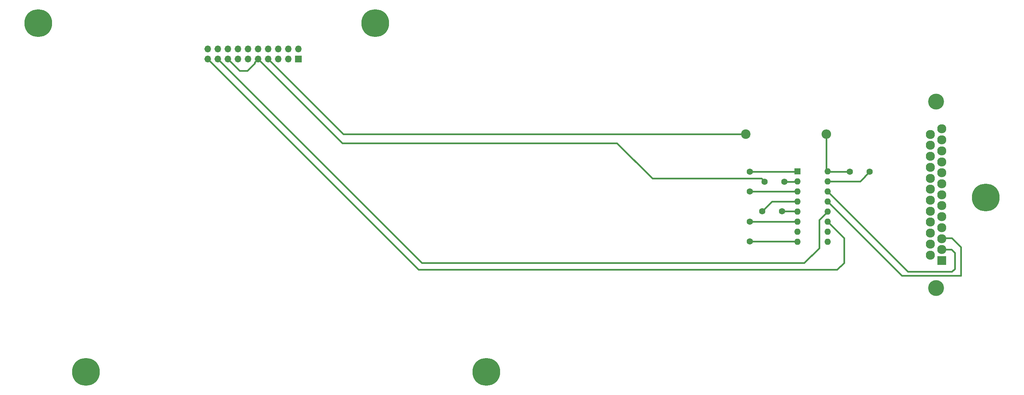
<source format=gbr>
G04 #@! TF.FileFunction,Copper,L2,Bot,Signal*
%FSLAX46Y46*%
G04 Gerber Fmt 4.6, Leading zero omitted, Abs format (unit mm)*
G04 Created by KiCad (PCBNEW 4.0.7) date 07/16/18 22:43:41*
%MOMM*%
%LPD*%
G01*
G04 APERTURE LIST*
%ADD10C,0.100000*%
%ADD11C,1.600000*%
%ADD12R,1.600000X1.600000*%
%ADD13O,1.600000X1.600000*%
%ADD14C,2.400000*%
%ADD15O,2.400000X2.400000*%
%ADD16C,7.000000*%
%ADD17R,1.700000X1.700000*%
%ADD18O,1.700000X1.700000*%
%ADD19R,2.300000X2.300000*%
%ADD20C,2.300000*%
%ADD21C,4.000000*%
%ADD22C,0.400000*%
%ADD23C,0.250000*%
G04 APERTURE END LIST*
D10*
D11*
X207500000Y-73470000D03*
X207500000Y-78470000D03*
X210605000Y-83500000D03*
X215605000Y-83500000D03*
X211250000Y-76000000D03*
X216250000Y-76000000D03*
X207500000Y-91090000D03*
X207500000Y-86090000D03*
X237750000Y-73500000D03*
X232750000Y-73500000D03*
D12*
X219495000Y-73390000D03*
D13*
X227115000Y-91170000D03*
X219495000Y-75930000D03*
X227115000Y-88630000D03*
X219495000Y-78470000D03*
X227115000Y-86090000D03*
X219495000Y-81010000D03*
X227115000Y-83550000D03*
X219495000Y-83550000D03*
X227115000Y-81010000D03*
X219495000Y-86090000D03*
X227115000Y-78470000D03*
X219495000Y-88630000D03*
X227115000Y-75930000D03*
X219495000Y-91170000D03*
X227115000Y-73390000D03*
D14*
X206500000Y-64000000D03*
D15*
X226820000Y-64000000D03*
D16*
X141000000Y-124000000D03*
X40000000Y-124000000D03*
X267000000Y-80000000D03*
X28000000Y-36000000D03*
X113000000Y-36000000D03*
D17*
X93580000Y-45000000D03*
D18*
X93580000Y-42460000D03*
X91040000Y-45000000D03*
X91040000Y-42460000D03*
X88500000Y-45000000D03*
X88500000Y-42460000D03*
X85960000Y-45000000D03*
X85960000Y-42460000D03*
X83420000Y-45000000D03*
X83420000Y-42460000D03*
X80880000Y-45000000D03*
X80880000Y-42460000D03*
X78340000Y-45000000D03*
X78340000Y-42460000D03*
X75800000Y-45000000D03*
X75800000Y-42460000D03*
X73260000Y-45000000D03*
X73260000Y-42460000D03*
X70720000Y-45000000D03*
X70720000Y-42460000D03*
D19*
X255920000Y-95920000D03*
D20*
X255920000Y-93150000D03*
X255920000Y-90380000D03*
X255920000Y-87610000D03*
X255920000Y-84840000D03*
X255920000Y-82070000D03*
X255920000Y-79300000D03*
X255920000Y-76530000D03*
X255920000Y-73760000D03*
X255920000Y-70990000D03*
X255920000Y-68220000D03*
X255920000Y-65450000D03*
X255920000Y-62680000D03*
X253080000Y-94535000D03*
X253080000Y-91765000D03*
X253080000Y-88995000D03*
X253080000Y-86225000D03*
X253080000Y-83455000D03*
X253080000Y-80685000D03*
X253080000Y-77915000D03*
X253080000Y-75145000D03*
X253080000Y-72375000D03*
X253080000Y-69605000D03*
X253080000Y-66835000D03*
X253080000Y-64065000D03*
D21*
X254500000Y-55750000D03*
X254500000Y-102850000D03*
D22*
X207500000Y-73470000D02*
X219415000Y-73470000D01*
D23*
X219415000Y-73470000D02*
X219495000Y-73390000D01*
D22*
X219495000Y-78470000D02*
X207500000Y-78470000D01*
X210605000Y-83500000D02*
X213095000Y-81010000D01*
X213095000Y-81010000D02*
X219495000Y-81010000D01*
X215605000Y-83500000D02*
X219445000Y-83500000D01*
D23*
X219445000Y-83500000D02*
X219495000Y-83550000D01*
D22*
X83420000Y-45000000D02*
X82570001Y-45849999D01*
X82570001Y-45849999D02*
X82570001Y-46179999D01*
X82570001Y-46179999D02*
X80750000Y-48000000D01*
X80750000Y-48000000D02*
X78800000Y-48000000D01*
X78800000Y-48000000D02*
X76649999Y-45849999D01*
X76649999Y-45849999D02*
X75800000Y-45000000D01*
X174000000Y-66250000D02*
X104670000Y-66250000D01*
X104670000Y-66250000D02*
X83420000Y-45000000D01*
X182950001Y-75200001D02*
X174000000Y-66250000D01*
X211250000Y-76000000D02*
X210450001Y-75200001D01*
X210450001Y-75200001D02*
X182950001Y-75200001D01*
X237750000Y-73500000D02*
X235320000Y-75930000D01*
X235320000Y-75930000D02*
X227115000Y-75930000D01*
X207500000Y-91090000D02*
X219415000Y-91090000D01*
D23*
X219415000Y-91090000D02*
X219495000Y-91170000D01*
D22*
X216250000Y-76000000D02*
X219425000Y-76000000D01*
X219425000Y-76000000D02*
X219495000Y-75930000D01*
X207500000Y-86090000D02*
X219495000Y-86090000D01*
X206500000Y-64000000D02*
X104960000Y-64000000D01*
X104960000Y-64000000D02*
X85960000Y-45000000D01*
X227115000Y-83550000D02*
X225000000Y-85665000D01*
X225000000Y-85665000D02*
X225000000Y-92750000D01*
X225000000Y-92750000D02*
X221250000Y-96500000D01*
X221250000Y-96500000D02*
X124760000Y-96500000D01*
X124760000Y-96500000D02*
X73260000Y-45000000D01*
X70720000Y-45000000D02*
X123970000Y-98250000D01*
X123970000Y-98250000D02*
X229500000Y-98250000D01*
X229500000Y-98250000D02*
X231250000Y-96500000D01*
X231250000Y-96500000D02*
X231250000Y-90225000D01*
X231250000Y-90225000D02*
X227115000Y-86090000D01*
X227115000Y-78470000D02*
X247395000Y-98750000D01*
X259250000Y-94000000D02*
X258400000Y-93150000D01*
X247395000Y-98750000D02*
X258500000Y-98750000D01*
X258500000Y-98750000D02*
X259250000Y-98000000D01*
X259250000Y-98000000D02*
X259250000Y-94000000D01*
X258400000Y-93150000D02*
X255920000Y-93150000D01*
X227115000Y-81010000D02*
X245855000Y-99750000D01*
X245855000Y-99750000D02*
X260750000Y-99750000D01*
X260750000Y-99750000D02*
X260750000Y-92500000D01*
X260750000Y-92500000D02*
X258500000Y-90250000D01*
X258500000Y-90250000D02*
X256050000Y-90250000D01*
D23*
X256050000Y-90250000D02*
X255920000Y-90380000D01*
D22*
X232750000Y-73500000D02*
X227225000Y-73500000D01*
D23*
X227225000Y-73500000D02*
X227115000Y-73390000D01*
D22*
X226820000Y-64000000D02*
X226820000Y-73095000D01*
D23*
X226820000Y-73095000D02*
X227115000Y-73390000D01*
M02*

</source>
